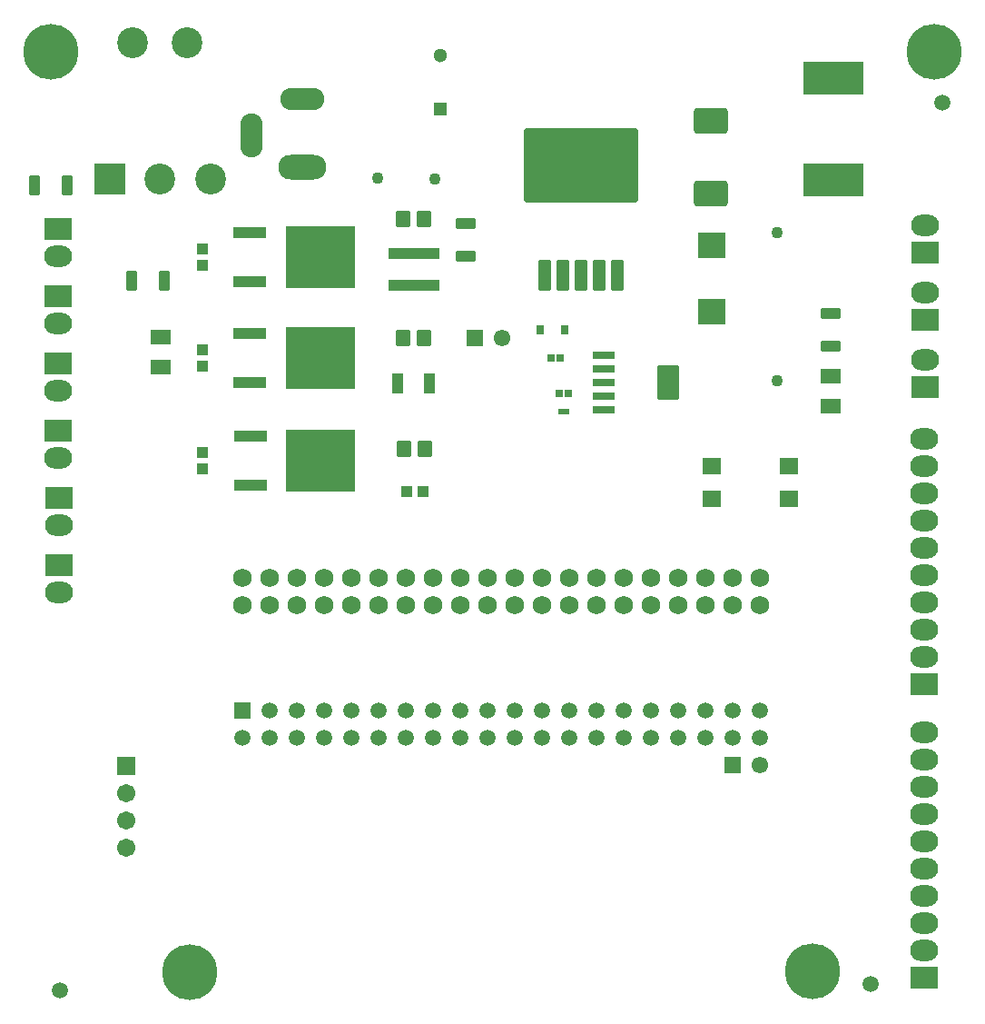
<source format=gbr>
G04 DipTrace 4.3.0.5*
G04 TopMask.gbr*
%MOIN*%
G04 #@! TF.FileFunction,Soldermask,Top*
G04 #@! TF.Part,Single*
%AMOUTLINE1*
4,1,28,
0.062402,0.03407,
0.062402,-0.03407,
0.061945,-0.037541,
0.060555,-0.040896,
0.058344,-0.043777,
0.055463,-0.045988,
0.052108,-0.047378,
0.048637,-0.047835,
-0.048637,-0.047835,
-0.052108,-0.047378,
-0.055463,-0.045988,
-0.058344,-0.043777,
-0.060555,-0.040896,
-0.061945,-0.037541,
-0.062402,-0.03407,
-0.062402,0.03407,
-0.061945,0.037541,
-0.060555,0.040896,
-0.058344,0.043777,
-0.055463,0.045988,
-0.052108,0.047378,
-0.048637,0.047835,
0.048637,0.047835,
0.052108,0.047378,
0.055463,0.045988,
0.058344,0.043777,
0.060555,0.040896,
0.061945,0.037541,
0.062402,0.03407,
0*%
%AMOUTLINE4*
4,1,28,
-0.014113,0.03563,
0.014113,0.03563,
0.01577,0.035412,
0.017434,0.034723,
0.018862,0.033626,
0.019959,0.032197,
0.020648,0.030534,
0.020866,0.028877,
0.020866,-0.028877,
0.020648,-0.030534,
0.019959,-0.032197,
0.018862,-0.033626,
0.017434,-0.034723,
0.01577,-0.035412,
0.014113,-0.03563,
-0.014113,-0.03563,
-0.01577,-0.035412,
-0.017434,-0.034723,
-0.018862,-0.033626,
-0.019959,-0.032197,
-0.020648,-0.030534,
-0.020866,-0.028877,
-0.020866,0.028877,
-0.020648,0.030534,
-0.019959,0.032197,
-0.018862,0.033626,
-0.017434,0.034723,
-0.01577,0.035412,
-0.014113,0.03563,
0*%
%AMOUTLINE7*
4,1,28,
0.03563,0.014114,
0.03563,-0.014112,
0.035412,-0.015769,
0.034723,-0.017433,
0.033627,-0.018862,
0.032198,-0.019958,
0.030534,-0.020647,
0.028878,-0.020865,
-0.028877,-0.020867,
-0.030533,-0.020649,
-0.032197,-0.01996,
-0.033626,-0.018863,
-0.034722,-0.017435,
-0.035411,-0.015771,
-0.03563,-0.014114,
-0.03563,0.014112,
-0.035412,0.015769,
-0.034723,0.017433,
-0.033627,0.018862,
-0.032198,0.019958,
-0.030534,0.020647,
-0.028878,0.020865,
0.028877,0.020867,
0.030533,0.020649,
0.032197,0.01996,
0.033626,0.018863,
0.034722,0.017435,
0.035411,0.015771,
0.03563,0.014114,
0*%
%AMOUTLINE10*
4,1,28,
-0.03563,-0.014113,
-0.03563,0.014113,
-0.035412,0.01577,
-0.034723,0.017434,
-0.033626,0.018862,
-0.032197,0.019959,
-0.030534,0.020648,
-0.028877,0.020866,
0.028877,0.020866,
0.030534,0.020648,
0.032197,0.019959,
0.033626,0.018862,
0.034723,0.017434,
0.035412,0.01577,
0.03563,0.014113,
0.03563,-0.014113,
0.035412,-0.01577,
0.034723,-0.017434,
0.033626,-0.018862,
0.032197,-0.019959,
0.030534,-0.020648,
0.028877,-0.020866,
-0.028877,-0.020866,
-0.030534,-0.020648,
-0.032197,-0.019959,
-0.033626,-0.018862,
-0.034723,-0.017434,
-0.035412,-0.01577,
-0.03563,-0.014113,
0*%
%AMOUTLINE13*
4,1,28,
-0.027559,-0.019932,
-0.027559,0.019932,
-0.027177,0.022834,
-0.026007,0.025658,
-0.024146,0.028083,
-0.021721,0.029944,
-0.018897,0.031114,
-0.015995,0.031496,
0.015995,0.031496,
0.018897,0.031114,
0.021721,0.029944,
0.024146,0.028083,
0.026007,0.025658,
0.027177,0.022834,
0.027559,0.019932,
0.027559,-0.019932,
0.027177,-0.022834,
0.026007,-0.025658,
0.024146,-0.028083,
0.021721,-0.029944,
0.018897,-0.031114,
0.015995,-0.031496,
-0.015995,-0.031496,
-0.018897,-0.031114,
-0.021721,-0.029944,
-0.024146,-0.028083,
-0.026007,-0.025658,
-0.027177,-0.022834,
-0.027559,-0.019932,
0*%
%AMOUTLINE16*
4,1,28,
-0.023419,-0.046195,
-0.023432,0.046189,
-0.023046,0.049121,
-0.021865,0.051974,
-0.019986,0.054424,
-0.017536,0.056304,
-0.014684,0.057486,
-0.011752,0.057872,
0.011735,0.057876,
0.014667,0.05749,
0.01752,0.056309,
0.01997,0.05443,
0.02185,0.05198,
0.023032,0.049128,
0.023419,0.046195,
0.023432,-0.046189,
0.023046,-0.049121,
0.021865,-0.051974,
0.019986,-0.054424,
0.017536,-0.056304,
0.014684,-0.057486,
0.011752,-0.057872,
-0.011735,-0.057876,
-0.014667,-0.05749,
-0.01752,-0.056309,
-0.01997,-0.05443,
-0.02185,-0.05198,
-0.023032,-0.049128,
-0.023419,-0.046195,
0*%
%AMOUTLINE19*
4,1,28,
0.210218,0.124962,
0.210254,-0.124902,
0.209869,-0.127834,
0.208687,-0.130687,
0.206808,-0.133137,
0.204359,-0.135017,
0.201506,-0.136199,
0.198574,-0.136586,
-0.198534,-0.136643,
-0.201467,-0.136257,
-0.20432,-0.135076,
-0.20677,-0.133197,
-0.20865,-0.130747,
-0.209832,-0.127895,
-0.210218,-0.124962,
-0.210254,0.124902,
-0.209869,0.127834,
-0.208687,0.130687,
-0.206808,0.133137,
-0.204359,0.135017,
-0.201506,0.136199,
-0.198574,0.136586,
0.198534,0.136643,
0.201467,0.136257,
0.20432,0.135076,
0.20677,0.133197,
0.20865,0.130747,
0.209832,0.127895,
0.210218,0.124962,
0*%
%AMOUTLINE22*
4,1,28,
-0.035735,0.014173,
0.035735,0.014173,
0.036941,0.014014,
0.038186,0.013499,
0.039254,0.012679,
0.040074,0.011611,
0.040589,0.010367,
0.040748,0.009161,
0.040748,-0.009161,
0.040589,-0.010367,
0.040074,-0.011611,
0.039254,-0.012679,
0.038186,-0.013499,
0.036941,-0.014014,
0.035735,-0.014173,
-0.035735,-0.014173,
-0.036941,-0.014014,
-0.038186,-0.013499,
-0.039254,-0.012679,
-0.040074,-0.011611,
-0.040589,-0.010367,
-0.040748,-0.009161,
-0.040748,0.009161,
-0.040589,0.010367,
-0.040074,0.011611,
-0.039254,0.012679,
-0.038186,0.013499,
-0.036941,0.014014,
-0.035735,0.014173,
0*%
%AMOUTLINE25*
4,1,28,
-0.028826,0.064173,
0.028826,0.064173,
0.03182,0.063779,
0.034731,0.062573,
0.03723,0.060656,
0.039148,0.058156,
0.040354,0.055246,
0.040748,0.052251,
0.040748,-0.052251,
0.040354,-0.055246,
0.039148,-0.058156,
0.03723,-0.060656,
0.034731,-0.062573,
0.03182,-0.063779,
0.028826,-0.064173,
-0.028826,-0.064173,
-0.03182,-0.063779,
-0.034731,-0.062573,
-0.03723,-0.060656,
-0.039148,-0.058156,
-0.040354,-0.055246,
-0.040748,-0.052251,
-0.040748,0.052251,
-0.040354,0.055246,
-0.039148,0.058156,
-0.03723,0.060656,
-0.034731,0.062573,
-0.03182,0.063779,
-0.028826,0.064173,
0*%
%ADD34C,0.059055*%
%ADD93C,0.043307*%
%ADD95R,0.066929X0.059055*%
%ADD97C,0.113189*%
%ADD101R,0.113189X0.113189*%
%ADD103R,0.042126X0.03937*%
%ADD105R,0.03937X0.042126*%
%ADD107R,0.042126X0.072047*%
%ADD109R,0.190157X0.042126*%
%ADD111R,0.252756X0.227165*%
%ADD113R,0.122835X0.042126*%
%ADD115C,0.203937*%
%ADD119C,0.068898*%
%ADD120C,0.061024*%
%ADD121R,0.220472X0.122047*%
%ADD125R,0.061024X0.061024*%
%ADD127C,0.067323*%
%ADD131R,0.067323X0.067323*%
%ADD133C,0.058976*%
%ADD137R,0.058976X0.058976*%
%ADD139O,0.161417X0.082677*%
%ADD141O,0.082677X0.161417*%
%ADD144O,0.177165X0.090551*%
%ADD146O,0.102362X0.07874*%
%ADD149R,0.102362X0.07874*%
%ADD153R,0.074803X0.055906*%
%ADD155R,0.02874X0.036614*%
%ADD157R,0.018898X0.019685*%
%ADD159R,0.027559X0.030315*%
%ADD161R,0.10315X0.094882*%
%ADD163C,0.051181*%
%ADD164R,0.051181X0.051181*%
%ADD169OUTLINE1*%
%ADD172OUTLINE4*%
%ADD175OUTLINE7*%
%ADD178OUTLINE10*%
%ADD181OUTLINE13*%
%ADD184OUTLINE16*%
%ADD187OUTLINE19*%
%ADD190OUTLINE22*%
%ADD193OUTLINE25*%
%FSLAX26Y26*%
G04*
G70*
G90*
G75*
G01*
G04 TopMask*
%LPD*%
D164*
X1956070Y3741686D3*
D163*
Y3938536D3*
D161*
X2953184Y2999414D3*
X2953179Y3243508D3*
D159*
X2362536Y2828951D3*
X2396945D3*
D157*
X2397407Y2631441D3*
X2419533D3*
D159*
X2392636Y2699052D3*
X2427045D3*
D169*
X2948130Y3698281D3*
Y3433321D3*
D155*
X2412406Y2932231D3*
X2321855D3*
D172*
X586180Y3464271D3*
X466102D3*
X943399Y3112621D3*
X823321D3*
D153*
X930389Y2906672D3*
X930392Y2796830D3*
D175*
X2047782Y3201612D3*
X2047779Y3321691D3*
D178*
X3390241Y2994291D3*
Y2874212D3*
D153*
X3390030Y2653330D3*
X3390028Y2763172D3*
D34*
X3799251Y3767791D3*
X557201Y511231D3*
X3535230Y532231D3*
D149*
X553790Y3302471D3*
D146*
X553801Y3202471D3*
D149*
X553710Y3056210D3*
D146*
Y2956210D3*
D149*
X553727Y2809450D3*
D146*
X553738Y2709450D3*
D149*
X3734611Y3216881D3*
D146*
Y3316881D3*
D149*
X3734822Y2970120D3*
D146*
Y3070120D3*
D149*
X3734420Y2723351D3*
D146*
Y2823351D3*
D149*
X553399Y2562620D3*
D146*
Y2462620D3*
D149*
X554191Y2316490D3*
D146*
Y2216490D3*
D149*
X553999Y2069090D3*
D146*
Y1969090D3*
D144*
X1450220Y3530757D3*
D141*
X1261244Y3644930D3*
D139*
X1450220Y3778789D3*
D137*
X1228150Y1535941D3*
D133*
X1328150D3*
X1428150D3*
X1528150D3*
X1628150D3*
X1728150D3*
X1828150D3*
X1928150D3*
X2028150D3*
X2128150D3*
X2228150D3*
X2328150D3*
X2428150D3*
X2528150D3*
X2628150D3*
X2728150D3*
X2828150D3*
X2928150D3*
X3028150D3*
X3128150D3*
X1228150Y1435941D3*
X1328150D3*
X1428150D3*
X1528150D3*
X1628150D3*
X1728150D3*
X1828150D3*
X1928150D3*
X2028150D3*
X2128150D3*
X2228150D3*
X2328150D3*
X2428150D3*
X2528150D3*
X2628150D3*
X2728150D3*
X2828150D3*
X2928150D3*
X3028150D3*
X3128150D3*
D131*
X802901Y1332210D3*
D127*
Y1232210D3*
Y1132210D3*
Y1032210D3*
D125*
X3028132Y1335881D3*
D120*
X3128132D3*
D149*
X3732041Y1633041D3*
D146*
Y1733041D3*
Y1833041D3*
Y1933041D3*
Y2033041D3*
Y2133041D3*
Y2233041D3*
Y2333041D3*
Y2433041D3*
Y2533041D3*
D149*
X3731591Y556671D3*
D146*
Y656671D3*
Y756671D3*
Y856671D3*
Y956671D3*
Y1056671D3*
Y1156671D3*
Y1256671D3*
Y1356671D3*
Y1456671D3*
D125*
X2081561Y2901920D3*
D120*
X2181561D3*
D121*
X3397340Y3856878D3*
Y3482863D3*
D181*
X1819439Y3340752D3*
X1894242D3*
X1819359Y2903064D3*
X1894162D3*
X1823108Y2496501D3*
X1897911D3*
D119*
X1228411Y1922262D3*
Y2022262D3*
X1328411Y1922262D3*
Y2022262D3*
X1428411Y1922262D3*
Y2022262D3*
X1528411Y1922262D3*
Y2022262D3*
X1628411D3*
Y1922262D3*
X1728411Y2022262D3*
Y1922262D3*
X1828411Y2022262D3*
Y1922262D3*
X1928411D3*
Y2022262D3*
X2028411Y1922262D3*
Y2022262D3*
X2128411Y1922262D3*
Y2022262D3*
X2228411Y1922262D3*
Y2022262D3*
X2328411Y1922262D3*
Y2022262D3*
X2428411Y1922262D3*
Y2022262D3*
X2528411Y1922262D3*
Y2022262D3*
X2628411Y1922262D3*
Y2022262D3*
X2728411Y1922262D3*
Y2022262D3*
X2828411Y1922262D3*
Y2022262D3*
X2928411Y1922262D3*
Y2022262D3*
X3028411Y1922262D3*
Y2022262D3*
X3128411Y1922262D3*
Y2022262D3*
D115*
X3321251Y579361D3*
X3768570Y3952611D3*
X526991D3*
X1035461Y577731D3*
D113*
X1257148Y3108570D3*
Y3288570D3*
D111*
X1514234Y3198570D3*
D113*
X1256917Y2738550D3*
Y2918550D3*
D111*
X1514003Y2828550D3*
D113*
X1257667Y2362741D3*
Y2542741D3*
D111*
X1514754Y2452741D3*
D109*
X1859996Y3095843D3*
X1859984Y3212378D3*
D107*
X1798242Y2736022D3*
X1914777D3*
D105*
X1830850Y2338340D3*
X1890692D3*
D103*
X1080863Y3168880D3*
X1080857Y3228722D3*
X1080700Y2798821D3*
Y2858663D3*
X1080690Y2422641D3*
Y2482483D3*
D101*
X740561Y3487161D3*
D97*
X925600D3*
X1110640D3*
X825600Y3987161D3*
X1025600D3*
D95*
X3234153Y2432397D3*
X2950688D3*
X3234153Y2314287D3*
X2950688D3*
D93*
X1725371Y3490901D3*
X3193640Y3288050D3*
X3193250Y2746561D3*
X1934190Y3487121D3*
D184*
X2338527Y3133127D3*
X2405457Y3133137D3*
X2472386Y3133146D3*
X2539315Y3133156D3*
X2606244Y3133165D3*
D187*
X2472327Y3537477D3*
D190*
X2555763Y2789522D3*
Y2639522D3*
Y2839522D3*
Y2689522D3*
D193*
X2792377Y2739522D3*
D190*
X2555763D3*
M02*

</source>
